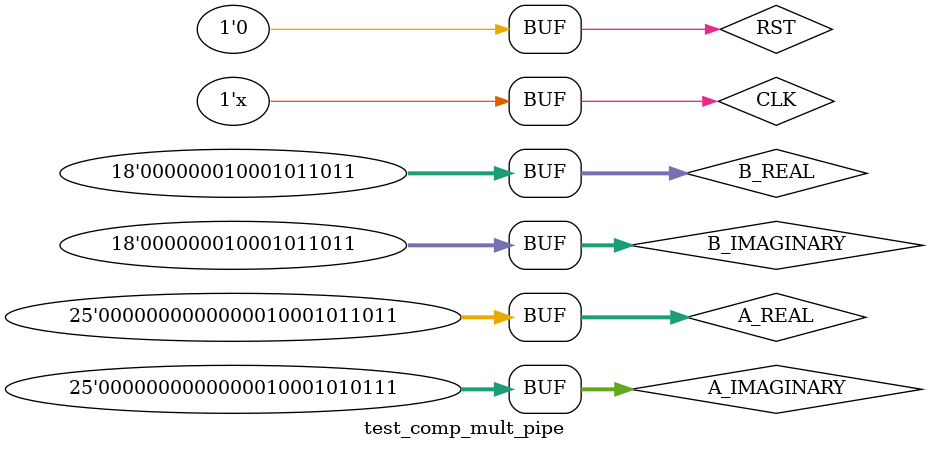
<source format=v>
`timescale 1ns/1ps

module test_comp_mult_pipe;

parameter CLK_PERIOD = 10;

	
reg           CLK, RST;
reg   [24:0]   A_REAL, A_IMAGINARY;
reg   [17:0]   B_REAL, B_IMAGINARY;
wire  [47:0]   PROD_REAL, PROD_IMAGINARY;



comp_mult_pipe test(.CLK(CLK), .RST(RST), .A_REAL(A_REAL), .B_REAL(B_REAL), .A_IMAGINARY(A_IMAGINARY), .B_IMAGINARY(B_IMAGINARY), .PROD_REAL(PROD_REAL), .PROD_IMAGINARY(PROD_IMAGINARY));



initial 
begin
CLK <= 1'b0;
RST <= 1'b1;
#20 RST <= 1'b0;
end

initial 
begin


end


always
#(CLK_PERIOD/2) CLK = ~CLK;

initial
begin

#15 A_REAL <= 25'd2; 
#65 A_REAL <= 25'd2020;
#65 A_REAL <= 25'd10;
#65 A_REAL <= 25'd1115;
end

initial
begin

#15 B_REAL <= 18'd6; 
#65 B_REAL <= 18'd2020;
#65 B_REAL <= 18'd10;
#65 B_REAL <= 18'd1115;
end

initial
begin

#15 A_IMAGINARY <= 25'd2; 
#65 A_IMAGINARY <= 25'd2000;
#65 A_IMAGINARY <= 25'd14;
#65 A_IMAGINARY <= 25'd1111;
end


initial
begin

#15 B_IMAGINARY <= 18'd2; 
#65 B_IMAGINARY <= 18'd2020;
#65 B_IMAGINARY <= 18'd10;
#65 B_IMAGINARY <= 18'd1115;
end



initial 

$monitor ($time, "clk=%b", CLK, " PROD_REAL = %h", PROD_REAL);
endmodule



</source>
